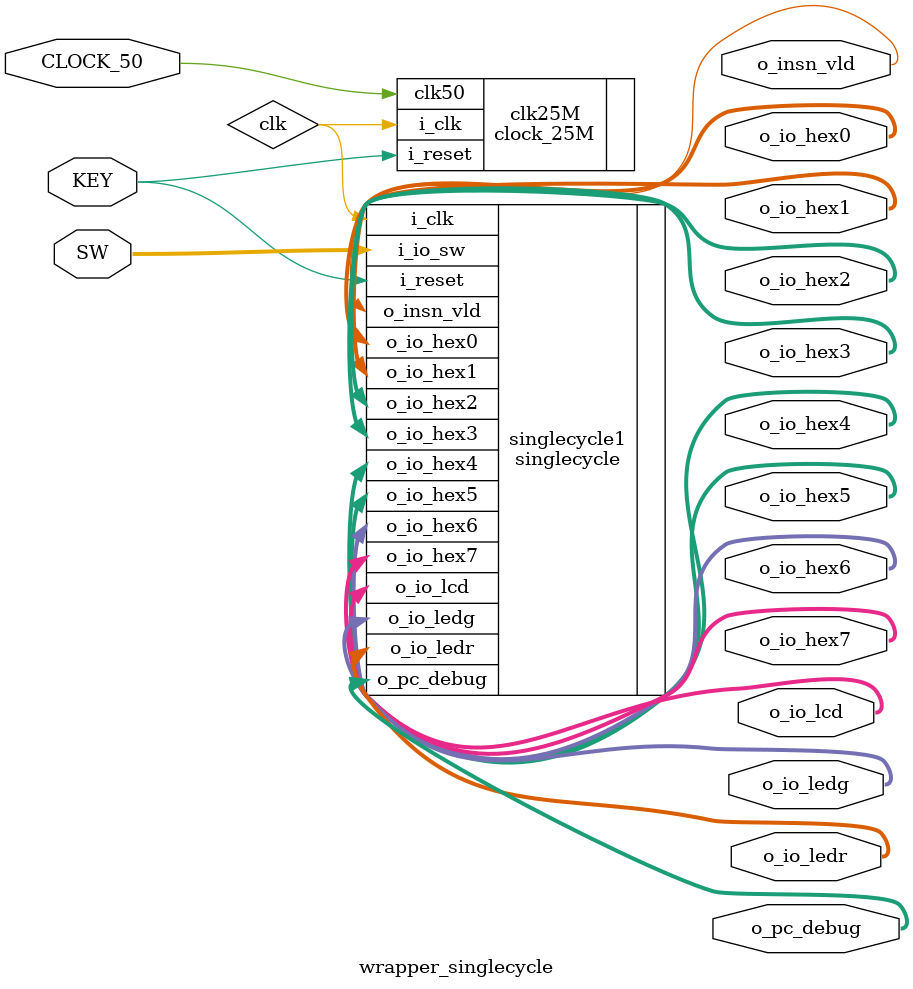
<source format=sv>
module wrapper_singlecycle (
	input logic CLOCK_50,
	input logic [0:0] KEY,
	input logic [9:0] SW,
	
	output logic [31:0] o_pc_debug,	// Debug program counter.
	output logic        o_insn_vld,	// Instruction valid.
	output logic [31:0] o_io_ledr,	// Output for driving red LEDs.
	output logic [31:0] o_io_ledg, 	// Output for driving green LEDs.
	output logic [6:0]  o_io_hex0, 	// Output for driving 7-segment LED0 displays.
	output logic [6:0]  o_io_hex1, 	// Output for driving 7-segment LED1 displays.
	output logic [6:0]  o_io_hex2, 	// Output for driving 7-segment LED2 displays.
	output logic [6:0]  o_io_hex3, 	// Output for driving 7-segment LED3 displays.
	output logic [6:0]  o_io_hex4, 	// Output for driving 7-segment LED4 displays.
	output logic [6:0]  o_io_hex5, 	// Output for driving 7-segment LED5 displays.
	output logic [6:0]  o_io_hex6, 	// Output for driving 7-segment LED6 displays.
	output logic [6:0]  o_io_hex7, 	// Output for driving 7-segment LED7 displays.
	output logic [31:0] o_io_lcd	   // Output for driving the LCD register. 
);

logic clk;

clock_25M clk25M (.clk50(CLOCK_50), .i_reset(KEY[0]), .i_clk(clk));  

singlecycle singlecycle1(.i_clk(clk), .i_reset(KEY[0]), .i_io_sw(SW[9:0]),
								 .o_pc_debug(o_pc_debug), .o_insn_vld(o_insn_vld), .o_io_ledr(o_io_ledr), .o_io_ledg(o_io_ledg),
								 .o_io_hex0(o_io_hex0), .o_io_hex1(o_io_hex1), .o_io_hex2(o_io_hex2), .o_io_hex3(o_io_hex3),
								 .o_io_hex4(o_io_hex4), .o_io_hex5(o_io_hex5), .o_io_hex6(o_io_hex6), .o_io_hex7(o_io_hex7), 
								 .o_io_lcd(o_io_lcd));

endmodule
</source>
